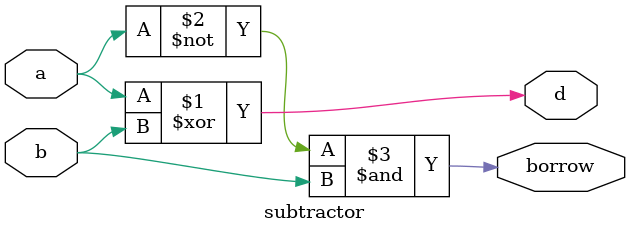
<source format=v>
`timescale 1ns / 1ps

module subtractor(
    input a, b, 
    output d, borrow
    );
    assign d = a^b;
    assign borrow = (~a)&b;
endmodule

</source>
